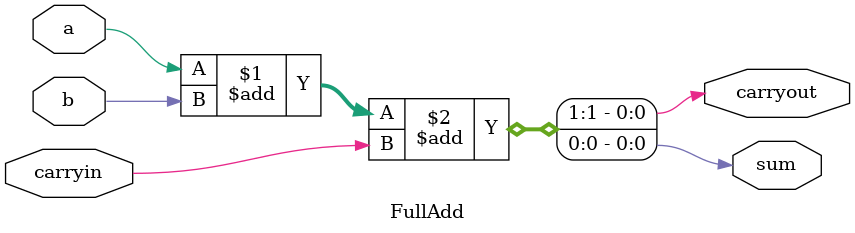
<source format=v>
module FullAdd(sum,carryout,a,b,carryin);//output->left  input->right
input a,b,carryin;
output sum,carryout;
wire sum,carryout;
assign{carryout,sum}=a+b+carryin;//data flow
endmodule
</source>
